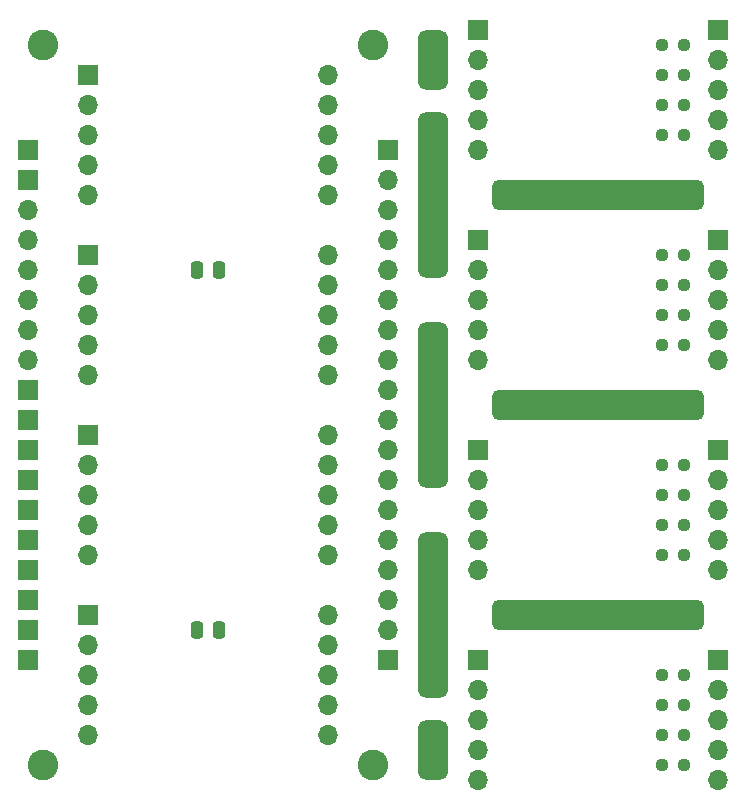
<source format=gbr>
%TF.GenerationSoftware,KiCad,Pcbnew,7.0.5*%
%TF.CreationDate,2023-12-14T14:21:54+09:00*%
%TF.ProjectId,analog_sw2,616e616c-6f67-45f7-9377-322e6b696361,rev?*%
%TF.SameCoordinates,Original*%
%TF.FileFunction,Soldermask,Bot*%
%TF.FilePolarity,Negative*%
%FSLAX46Y46*%
G04 Gerber Fmt 4.6, Leading zero omitted, Abs format (unit mm)*
G04 Created by KiCad (PCBNEW 7.0.5) date 2023-12-14 14:21:54*
%MOMM*%
%LPD*%
G01*
G04 APERTURE LIST*
G04 Aperture macros list*
%AMRoundRect*
0 Rectangle with rounded corners*
0 $1 Rounding radius*
0 $2 $3 $4 $5 $6 $7 $8 $9 X,Y pos of 4 corners*
0 Add a 4 corners polygon primitive as box body*
4,1,4,$2,$3,$4,$5,$6,$7,$8,$9,$2,$3,0*
0 Add four circle primitives for the rounded corners*
1,1,$1+$1,$2,$3*
1,1,$1+$1,$4,$5*
1,1,$1+$1,$6,$7*
1,1,$1+$1,$8,$9*
0 Add four rect primitives between the rounded corners*
20,1,$1+$1,$2,$3,$4,$5,0*
20,1,$1+$1,$4,$5,$6,$7,0*
20,1,$1+$1,$6,$7,$8,$9,0*
20,1,$1+$1,$8,$9,$2,$3,0*%
G04 Aperture macros list end*
%ADD10R,1.700000X1.700000*%
%ADD11O,1.700000X1.700000*%
%ADD12RoundRect,0.250000X0.250000X0.475000X-0.250000X0.475000X-0.250000X-0.475000X0.250000X-0.475000X0*%
%ADD13RoundRect,0.650000X0.650000X-6.350000X0.650000X6.350000X-0.650000X6.350000X-0.650000X-6.350000X0*%
%ADD14RoundRect,0.650000X-8.350000X-0.650000X8.350000X-0.650000X8.350000X0.650000X-8.350000X0.650000X0*%
%ADD15RoundRect,0.650000X0.650000X-1.850000X0.650000X1.850000X-0.650000X1.850000X-0.650000X-1.850000X0*%
%ADD16C,2.600000*%
%ADD17RoundRect,0.237500X-0.250000X-0.237500X0.250000X-0.237500X0.250000X0.237500X-0.250000X0.237500X0*%
G04 APERTURE END LIST*
D10*
%TO.C,J22*%
X137160000Y-114300000D03*
%TD*%
%TO.C,J21*%
X137160000Y-71120000D03*
%TD*%
%TO.C,J20*%
X167640000Y-71120000D03*
%TD*%
%TO.C,J19*%
X167640000Y-114300000D03*
%TD*%
%TO.C,J17*%
X137160000Y-73665000D03*
D11*
X137160000Y-76205000D03*
X137160000Y-78745000D03*
X137160000Y-81285000D03*
X137160000Y-83825000D03*
X137160000Y-86365000D03*
X137160000Y-88905000D03*
D10*
X137160000Y-91445000D03*
X137160000Y-93985000D03*
X137160000Y-96525000D03*
X137160000Y-99065000D03*
X137160000Y-101605000D03*
X137160000Y-104145000D03*
X137160000Y-106685000D03*
X137160000Y-109225000D03*
X137160000Y-111765000D03*
%TD*%
D12*
%TO.C,C2*%
X153350000Y-111760000D03*
X151450000Y-111760000D03*
%TD*%
%TO.C,C1*%
X153350000Y-81280000D03*
X151450000Y-81280000D03*
%TD*%
D11*
%TO.C,J16*%
X162560000Y-120650000D03*
X162560000Y-118110000D03*
X162560000Y-115570000D03*
X162560000Y-113030000D03*
X162560000Y-110490000D03*
%TD*%
D10*
%TO.C,J1*%
X175260000Y-60965000D03*
D11*
X175260000Y-63505000D03*
X175260000Y-66045000D03*
X175260000Y-68585000D03*
X175260000Y-71125000D03*
%TD*%
D13*
%TO.C,P3*%
X171450000Y-92710000D03*
%TD*%
D10*
%TO.C,J7*%
X195580000Y-96525000D03*
D11*
X195580000Y-99065000D03*
X195580000Y-101605000D03*
X195580000Y-104145000D03*
X195580000Y-106685000D03*
%TD*%
D14*
%TO.C,P6*%
X185420000Y-74930000D03*
%TD*%
D15*
%TO.C,P5*%
X171450000Y-121920000D03*
%TD*%
D11*
%TO.C,J10*%
X142240000Y-90170000D03*
X142240000Y-87630000D03*
X142240000Y-85090000D03*
X142240000Y-82550000D03*
D10*
X142240000Y-80010000D03*
%TD*%
D13*
%TO.C,P4*%
X171450000Y-110490000D03*
%TD*%
D10*
%TO.C,J2*%
X175260000Y-78740000D03*
D11*
X175260000Y-81280000D03*
X175260000Y-83820000D03*
X175260000Y-86360000D03*
X175260000Y-88900000D03*
%TD*%
D14*
%TO.C,P7*%
X185420000Y-92710000D03*
%TD*%
D11*
%TO.C,J14*%
X162560000Y-80010000D03*
X162560000Y-82550000D03*
X162560000Y-85090000D03*
X162560000Y-87630000D03*
X162560000Y-90170000D03*
%TD*%
D10*
%TO.C,J8*%
X195580000Y-114315000D03*
D11*
X195580000Y-116855000D03*
X195580000Y-119395000D03*
X195580000Y-121935000D03*
X195580000Y-124475000D03*
%TD*%
D16*
%TO.C,REF\u002A\u002A*%
X138430000Y-62230000D03*
%TD*%
D13*
%TO.C,P2*%
X171450000Y-74930000D03*
%TD*%
D11*
%TO.C,J18*%
X167640000Y-73660000D03*
X167640000Y-76200000D03*
X167640000Y-78740000D03*
X167640000Y-81280000D03*
X167640000Y-83820000D03*
X167640000Y-86360000D03*
X167640000Y-88900000D03*
X167640000Y-91440000D03*
X167640000Y-93980000D03*
X167640000Y-96520000D03*
X167640000Y-99060000D03*
X167640000Y-101600000D03*
X167640000Y-104140000D03*
X167640000Y-106680000D03*
X167640000Y-109220000D03*
X167640000Y-111760000D03*
%TD*%
%TO.C,J12*%
X142240000Y-120650000D03*
X142240000Y-118110000D03*
X142240000Y-115570000D03*
X142240000Y-113030000D03*
D10*
X142240000Y-110490000D03*
%TD*%
%TO.C,J4*%
X175260000Y-114310000D03*
D11*
X175260000Y-116850000D03*
X175260000Y-119390000D03*
X175260000Y-121930000D03*
X175260000Y-124470000D03*
%TD*%
D10*
%TO.C,J3*%
X175260000Y-96520000D03*
D11*
X175260000Y-99060000D03*
X175260000Y-101600000D03*
X175260000Y-104140000D03*
X175260000Y-106680000D03*
%TD*%
D10*
%TO.C,J6*%
X195580000Y-78745000D03*
D11*
X195580000Y-81285000D03*
X195580000Y-83825000D03*
X195580000Y-86365000D03*
X195580000Y-88905000D03*
%TD*%
D16*
%TO.C,REF\u002A\u002A*%
X166370000Y-123190000D03*
%TD*%
%TO.C,REF\u002A\u002A*%
X166370000Y-62230000D03*
%TD*%
D15*
%TO.C,P1*%
X171450000Y-63500000D03*
%TD*%
D11*
%TO.C,J13*%
X162560000Y-74930000D03*
X162560000Y-72390000D03*
X162560000Y-69850000D03*
X162560000Y-67310000D03*
X162560000Y-64770000D03*
%TD*%
D10*
%TO.C,J5*%
X195580000Y-60960000D03*
D11*
X195580000Y-63500000D03*
X195580000Y-66040000D03*
X195580000Y-68580000D03*
X195580000Y-71120000D03*
%TD*%
%TO.C,J11*%
X142240000Y-105410000D03*
X142240000Y-102870000D03*
X142240000Y-100330000D03*
X142240000Y-97790000D03*
D10*
X142240000Y-95250000D03*
%TD*%
D11*
%TO.C,J15*%
X162560000Y-105415000D03*
X162560000Y-102875000D03*
X162560000Y-100335000D03*
X162560000Y-97795000D03*
X162560000Y-95255000D03*
%TD*%
D14*
%TO.C,P8*%
X185420000Y-110490000D03*
%TD*%
D11*
%TO.C,J9*%
X142240000Y-74930000D03*
X142240000Y-72390000D03*
X142240000Y-69850000D03*
X142240000Y-67310000D03*
D10*
X142240000Y-64770000D03*
%TD*%
D16*
%TO.C,REF\u002A\u002A*%
X138430000Y-123190000D03*
%TD*%
D17*
%TO.C,R7*%
X190857500Y-85090000D03*
X192682500Y-85090000D03*
%TD*%
%TO.C,R11*%
X190857500Y-102870000D03*
X192682500Y-102870000D03*
%TD*%
%TO.C,R3*%
X190857500Y-67310000D03*
X192682500Y-67310000D03*
%TD*%
%TO.C,R10*%
X190857500Y-100330000D03*
X192682500Y-100330000D03*
%TD*%
%TO.C,R4*%
X190857500Y-69850000D03*
X192682500Y-69850000D03*
%TD*%
%TO.C,R12*%
X190857500Y-105410000D03*
X192682500Y-105410000D03*
%TD*%
%TO.C,R9*%
X190857500Y-97790000D03*
X192682500Y-97790000D03*
%TD*%
%TO.C,R6*%
X190857500Y-82550000D03*
X192682500Y-82550000D03*
%TD*%
%TO.C,R14*%
X190857500Y-118110000D03*
X192682500Y-118110000D03*
%TD*%
%TO.C,R13*%
X190857500Y-115570000D03*
X192682500Y-115570000D03*
%TD*%
%TO.C,R8*%
X190857500Y-87630000D03*
X192682500Y-87630000D03*
%TD*%
%TO.C,R15*%
X190857500Y-120650000D03*
X192682500Y-120650000D03*
%TD*%
%TO.C,R5*%
X190857500Y-80010000D03*
X192682500Y-80010000D03*
%TD*%
%TO.C,R1*%
X190857500Y-62230000D03*
X192682500Y-62230000D03*
%TD*%
%TO.C,R16*%
X190857500Y-123190000D03*
X192682500Y-123190000D03*
%TD*%
%TO.C,R2*%
X190857500Y-64770000D03*
X192682500Y-64770000D03*
%TD*%
M02*

</source>
